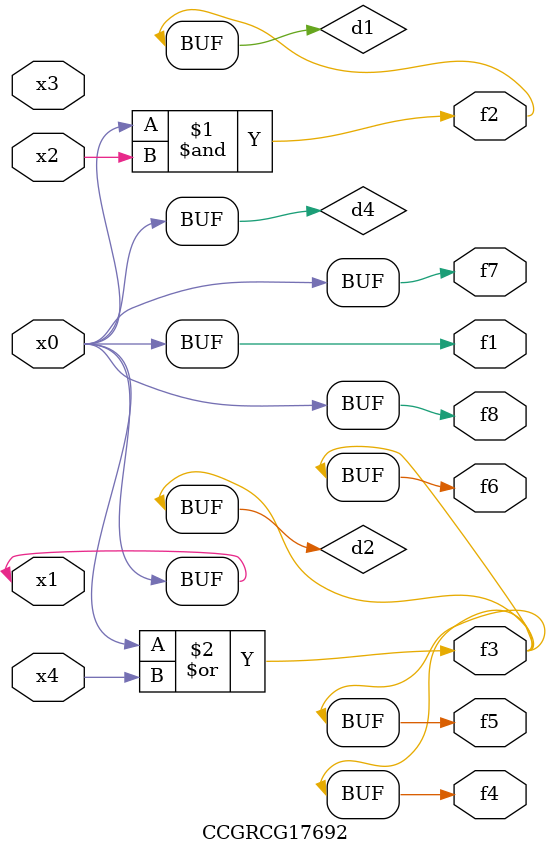
<source format=v>
module CCGRCG17692(
	input x0, x1, x2, x3, x4,
	output f1, f2, f3, f4, f5, f6, f7, f8
);

	wire d1, d2, d3, d4;

	and (d1, x0, x2);
	or (d2, x0, x4);
	nand (d3, x0, x2);
	buf (d4, x0, x1);
	assign f1 = d4;
	assign f2 = d1;
	assign f3 = d2;
	assign f4 = d2;
	assign f5 = d2;
	assign f6 = d2;
	assign f7 = d4;
	assign f8 = d4;
endmodule

</source>
